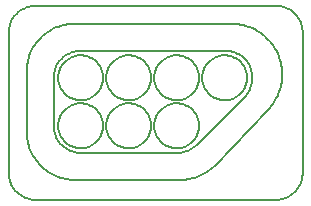
<source format=gto>
G75*
%MOIN*%
%OFA0B0*%
%FSLAX24Y24*%
%IPPOS*%
%LPD*%
%AMOC8*
5,1,8,0,0,1.08239X$1,22.5*
%
%ADD10C,0.0050*%
%ADD11C,0.0080*%
D10*
X002430Y002610D02*
X005967Y002610D01*
X005857Y003510D02*
X002630Y003510D01*
X002430Y002610D02*
X002351Y002612D01*
X002273Y002618D01*
X002195Y002627D01*
X002118Y002641D01*
X002041Y002658D01*
X001966Y002679D01*
X001891Y002704D01*
X001818Y002732D01*
X001746Y002764D01*
X001676Y002799D01*
X001607Y002838D01*
X001541Y002880D01*
X001477Y002925D01*
X001415Y002973D01*
X001356Y003024D01*
X001299Y003079D01*
X001244Y003136D01*
X001193Y003195D01*
X001145Y003257D01*
X001100Y003321D01*
X001058Y003387D01*
X001019Y003456D01*
X000984Y003526D01*
X000952Y003598D01*
X000924Y003671D01*
X000899Y003746D01*
X000878Y003821D01*
X000861Y003898D01*
X000847Y003975D01*
X000838Y004053D01*
X000832Y004131D01*
X000830Y004210D01*
X000830Y006210D01*
X001730Y006010D02*
X001730Y004410D01*
X001732Y004351D01*
X001738Y004293D01*
X001747Y004234D01*
X001761Y004177D01*
X001778Y004121D01*
X001799Y004066D01*
X001823Y004012D01*
X001851Y003960D01*
X001882Y003910D01*
X001916Y003862D01*
X001953Y003817D01*
X001994Y003774D01*
X002037Y003733D01*
X002082Y003696D01*
X002130Y003662D01*
X002180Y003631D01*
X002232Y003603D01*
X002286Y003579D01*
X002341Y003558D01*
X002397Y003541D01*
X002454Y003527D01*
X002513Y003518D01*
X002571Y003512D01*
X002630Y003510D01*
X001730Y006010D02*
X001732Y006069D01*
X001738Y006127D01*
X001747Y006186D01*
X001761Y006243D01*
X001778Y006299D01*
X001799Y006354D01*
X001823Y006408D01*
X001851Y006460D01*
X001882Y006510D01*
X001916Y006558D01*
X001953Y006603D01*
X001994Y006646D01*
X002037Y006687D01*
X002082Y006724D01*
X002130Y006758D01*
X002180Y006789D01*
X002232Y006817D01*
X002286Y006841D01*
X002341Y006862D01*
X002397Y006879D01*
X002454Y006893D01*
X002513Y006902D01*
X002571Y006908D01*
X002630Y006910D01*
X007457Y006910D01*
X007648Y007810D02*
X007729Y007808D01*
X007810Y007802D01*
X007890Y007793D01*
X007970Y007779D01*
X008049Y007762D01*
X008127Y007741D01*
X008205Y007716D01*
X008280Y007688D01*
X008355Y007656D01*
X008428Y007621D01*
X008499Y007582D01*
X008568Y007540D01*
X008635Y007494D01*
X008700Y007446D01*
X008762Y007394D01*
X008822Y007340D01*
X008879Y007282D01*
X008934Y007222D01*
X008985Y007160D01*
X009034Y007095D01*
X009079Y007028D01*
X009121Y006959D01*
X009160Y006887D01*
X009195Y006815D01*
X009227Y006740D01*
X009255Y006664D01*
X009280Y006587D01*
X009301Y006509D01*
X009318Y006430D01*
X009331Y006350D01*
X009341Y006269D01*
X009346Y006188D01*
X009348Y006107D01*
X009346Y006027D01*
X009340Y005946D01*
X009330Y005865D01*
X009317Y005785D01*
X009299Y005706D01*
X009278Y005628D01*
X009253Y005551D01*
X009225Y005475D01*
X009193Y005401D01*
X009158Y005328D01*
X009119Y005257D01*
X009076Y005188D01*
X009031Y005121D01*
X008982Y005056D01*
X008930Y004994D01*
X008876Y004934D01*
X007099Y003079D01*
X006494Y003774D02*
X008094Y005374D01*
X008093Y005374D02*
X008134Y005417D01*
X008171Y005462D01*
X008205Y005510D01*
X008236Y005560D01*
X008264Y005612D01*
X008288Y005666D01*
X008309Y005721D01*
X008326Y005777D01*
X008340Y005834D01*
X008349Y005893D01*
X008355Y005951D01*
X008357Y006010D01*
X008355Y006069D01*
X008349Y006127D01*
X008340Y006186D01*
X008326Y006243D01*
X008309Y006299D01*
X008288Y006354D01*
X008264Y006408D01*
X008236Y006460D01*
X008205Y006510D01*
X008171Y006558D01*
X008134Y006603D01*
X008093Y006646D01*
X008050Y006687D01*
X008005Y006724D01*
X007957Y006758D01*
X007907Y006789D01*
X007855Y006817D01*
X007801Y006841D01*
X007746Y006862D01*
X007690Y006879D01*
X007633Y006893D01*
X007574Y006902D01*
X007516Y006908D01*
X007457Y006910D01*
X007648Y007810D02*
X002430Y007810D01*
X002351Y007808D01*
X002273Y007802D01*
X002195Y007793D01*
X002118Y007779D01*
X002041Y007762D01*
X001966Y007741D01*
X001891Y007716D01*
X001818Y007688D01*
X001746Y007656D01*
X001676Y007621D01*
X001607Y007582D01*
X001541Y007540D01*
X001477Y007495D01*
X001415Y007447D01*
X001356Y007396D01*
X001299Y007341D01*
X001244Y007284D01*
X001193Y007225D01*
X001145Y007163D01*
X001100Y007099D01*
X001058Y007033D01*
X001019Y006964D01*
X000984Y006894D01*
X000952Y006822D01*
X000924Y006749D01*
X000899Y006674D01*
X000878Y006599D01*
X000861Y006522D01*
X000847Y006445D01*
X000838Y006367D01*
X000832Y006289D01*
X000830Y006210D01*
X005857Y003510D02*
X005916Y003512D01*
X005974Y003518D01*
X006033Y003527D01*
X006090Y003541D01*
X006146Y003558D01*
X006201Y003579D01*
X006255Y003603D01*
X006307Y003631D01*
X006357Y003662D01*
X006405Y003696D01*
X006450Y003733D01*
X006493Y003774D01*
X007098Y003079D02*
X007041Y003024D01*
X006982Y002973D01*
X006920Y002925D01*
X006856Y002880D01*
X006790Y002838D01*
X006721Y002799D01*
X006651Y002764D01*
X006579Y002732D01*
X006506Y002704D01*
X006431Y002679D01*
X006356Y002658D01*
X006279Y002641D01*
X006202Y002627D01*
X006124Y002618D01*
X006046Y002612D01*
X005967Y002610D01*
D11*
X009130Y001940D02*
X001130Y001940D01*
X001071Y001942D01*
X001013Y001948D01*
X000954Y001957D01*
X000897Y001971D01*
X000841Y001988D01*
X000786Y002009D01*
X000732Y002033D01*
X000680Y002061D01*
X000630Y002092D01*
X000582Y002126D01*
X000537Y002163D01*
X000494Y002204D01*
X000453Y002247D01*
X000416Y002292D01*
X000382Y002340D01*
X000351Y002390D01*
X000323Y002442D01*
X000299Y002496D01*
X000278Y002551D01*
X000261Y002607D01*
X000247Y002664D01*
X000238Y002723D01*
X000232Y002781D01*
X000230Y002840D01*
X000230Y007510D01*
X000232Y007569D01*
X000238Y007627D01*
X000247Y007686D01*
X000261Y007743D01*
X000278Y007799D01*
X000299Y007854D01*
X000323Y007908D01*
X000351Y007960D01*
X000382Y008010D01*
X000416Y008058D01*
X000453Y008103D01*
X000494Y008146D01*
X000537Y008187D01*
X000582Y008224D01*
X000630Y008258D01*
X000680Y008289D01*
X000732Y008317D01*
X000786Y008341D01*
X000841Y008362D01*
X000897Y008379D01*
X000954Y008393D01*
X001013Y008402D01*
X001071Y008408D01*
X001130Y008410D01*
X009130Y008410D01*
X009189Y008408D01*
X009247Y008402D01*
X009306Y008393D01*
X009363Y008379D01*
X009419Y008362D01*
X009474Y008341D01*
X009528Y008317D01*
X009580Y008289D01*
X009630Y008258D01*
X009678Y008224D01*
X009723Y008187D01*
X009766Y008146D01*
X009807Y008103D01*
X009844Y008058D01*
X009878Y008010D01*
X009909Y007960D01*
X009937Y007908D01*
X009961Y007854D01*
X009982Y007799D01*
X009999Y007743D01*
X010013Y007686D01*
X010022Y007627D01*
X010028Y007569D01*
X010030Y007510D01*
X010030Y006420D01*
X010030Y002840D01*
X010028Y002781D01*
X010022Y002723D01*
X010013Y002664D01*
X009999Y002607D01*
X009982Y002551D01*
X009961Y002496D01*
X009937Y002442D01*
X009909Y002390D01*
X009878Y002340D01*
X009844Y002292D01*
X009807Y002247D01*
X009766Y002204D01*
X009723Y002163D01*
X009678Y002126D01*
X009630Y002092D01*
X009580Y002061D01*
X009528Y002033D01*
X009474Y002009D01*
X009419Y001988D01*
X009363Y001971D01*
X009306Y001957D01*
X009247Y001948D01*
X009189Y001942D01*
X009130Y001940D01*
X005080Y004410D02*
X005082Y004464D01*
X005088Y004518D01*
X005098Y004571D01*
X005111Y004624D01*
X005128Y004675D01*
X005149Y004725D01*
X005174Y004773D01*
X005202Y004820D01*
X005233Y004864D01*
X005267Y004906D01*
X005304Y004945D01*
X005344Y004982D01*
X005387Y005015D01*
X005432Y005046D01*
X005479Y005073D01*
X005527Y005096D01*
X005578Y005116D01*
X005629Y005133D01*
X005682Y005145D01*
X005735Y005154D01*
X005789Y005159D01*
X005844Y005160D01*
X005898Y005157D01*
X005951Y005150D01*
X006004Y005139D01*
X006057Y005125D01*
X006108Y005107D01*
X006157Y005085D01*
X006205Y005060D01*
X006251Y005031D01*
X006295Y004999D01*
X006336Y004964D01*
X006374Y004926D01*
X006410Y004885D01*
X006443Y004842D01*
X006473Y004797D01*
X006499Y004749D01*
X006522Y004700D01*
X006541Y004649D01*
X006556Y004598D01*
X006568Y004545D01*
X006576Y004491D01*
X006580Y004437D01*
X006580Y004383D01*
X006576Y004329D01*
X006568Y004275D01*
X006556Y004222D01*
X006541Y004171D01*
X006522Y004120D01*
X006499Y004071D01*
X006473Y004023D01*
X006443Y003978D01*
X006410Y003935D01*
X006374Y003894D01*
X006336Y003856D01*
X006295Y003821D01*
X006251Y003789D01*
X006205Y003760D01*
X006157Y003735D01*
X006108Y003713D01*
X006057Y003695D01*
X006004Y003681D01*
X005951Y003670D01*
X005898Y003663D01*
X005844Y003660D01*
X005789Y003661D01*
X005735Y003666D01*
X005682Y003675D01*
X005629Y003687D01*
X005578Y003704D01*
X005527Y003724D01*
X005479Y003747D01*
X005432Y003774D01*
X005387Y003805D01*
X005344Y003838D01*
X005304Y003875D01*
X005267Y003914D01*
X005233Y003956D01*
X005202Y004000D01*
X005174Y004047D01*
X005149Y004095D01*
X005128Y004145D01*
X005111Y004196D01*
X005098Y004249D01*
X005088Y004302D01*
X005082Y004356D01*
X005080Y004410D01*
X003480Y004410D02*
X003482Y004464D01*
X003488Y004518D01*
X003498Y004571D01*
X003511Y004624D01*
X003528Y004675D01*
X003549Y004725D01*
X003574Y004773D01*
X003602Y004820D01*
X003633Y004864D01*
X003667Y004906D01*
X003704Y004945D01*
X003744Y004982D01*
X003787Y005015D01*
X003832Y005046D01*
X003879Y005073D01*
X003927Y005096D01*
X003978Y005116D01*
X004029Y005133D01*
X004082Y005145D01*
X004135Y005154D01*
X004189Y005159D01*
X004244Y005160D01*
X004298Y005157D01*
X004351Y005150D01*
X004404Y005139D01*
X004457Y005125D01*
X004508Y005107D01*
X004557Y005085D01*
X004605Y005060D01*
X004651Y005031D01*
X004695Y004999D01*
X004736Y004964D01*
X004774Y004926D01*
X004810Y004885D01*
X004843Y004842D01*
X004873Y004797D01*
X004899Y004749D01*
X004922Y004700D01*
X004941Y004649D01*
X004956Y004598D01*
X004968Y004545D01*
X004976Y004491D01*
X004980Y004437D01*
X004980Y004383D01*
X004976Y004329D01*
X004968Y004275D01*
X004956Y004222D01*
X004941Y004171D01*
X004922Y004120D01*
X004899Y004071D01*
X004873Y004023D01*
X004843Y003978D01*
X004810Y003935D01*
X004774Y003894D01*
X004736Y003856D01*
X004695Y003821D01*
X004651Y003789D01*
X004605Y003760D01*
X004557Y003735D01*
X004508Y003713D01*
X004457Y003695D01*
X004404Y003681D01*
X004351Y003670D01*
X004298Y003663D01*
X004244Y003660D01*
X004189Y003661D01*
X004135Y003666D01*
X004082Y003675D01*
X004029Y003687D01*
X003978Y003704D01*
X003927Y003724D01*
X003879Y003747D01*
X003832Y003774D01*
X003787Y003805D01*
X003744Y003838D01*
X003704Y003875D01*
X003667Y003914D01*
X003633Y003956D01*
X003602Y004000D01*
X003574Y004047D01*
X003549Y004095D01*
X003528Y004145D01*
X003511Y004196D01*
X003498Y004249D01*
X003488Y004302D01*
X003482Y004356D01*
X003480Y004410D01*
X001880Y004410D02*
X001882Y004464D01*
X001888Y004518D01*
X001898Y004571D01*
X001911Y004624D01*
X001928Y004675D01*
X001949Y004725D01*
X001974Y004773D01*
X002002Y004820D01*
X002033Y004864D01*
X002067Y004906D01*
X002104Y004945D01*
X002144Y004982D01*
X002187Y005015D01*
X002232Y005046D01*
X002279Y005073D01*
X002327Y005096D01*
X002378Y005116D01*
X002429Y005133D01*
X002482Y005145D01*
X002535Y005154D01*
X002589Y005159D01*
X002644Y005160D01*
X002698Y005157D01*
X002751Y005150D01*
X002804Y005139D01*
X002857Y005125D01*
X002908Y005107D01*
X002957Y005085D01*
X003005Y005060D01*
X003051Y005031D01*
X003095Y004999D01*
X003136Y004964D01*
X003174Y004926D01*
X003210Y004885D01*
X003243Y004842D01*
X003273Y004797D01*
X003299Y004749D01*
X003322Y004700D01*
X003341Y004649D01*
X003356Y004598D01*
X003368Y004545D01*
X003376Y004491D01*
X003380Y004437D01*
X003380Y004383D01*
X003376Y004329D01*
X003368Y004275D01*
X003356Y004222D01*
X003341Y004171D01*
X003322Y004120D01*
X003299Y004071D01*
X003273Y004023D01*
X003243Y003978D01*
X003210Y003935D01*
X003174Y003894D01*
X003136Y003856D01*
X003095Y003821D01*
X003051Y003789D01*
X003005Y003760D01*
X002957Y003735D01*
X002908Y003713D01*
X002857Y003695D01*
X002804Y003681D01*
X002751Y003670D01*
X002698Y003663D01*
X002644Y003660D01*
X002589Y003661D01*
X002535Y003666D01*
X002482Y003675D01*
X002429Y003687D01*
X002378Y003704D01*
X002327Y003724D01*
X002279Y003747D01*
X002232Y003774D01*
X002187Y003805D01*
X002144Y003838D01*
X002104Y003875D01*
X002067Y003914D01*
X002033Y003956D01*
X002002Y004000D01*
X001974Y004047D01*
X001949Y004095D01*
X001928Y004145D01*
X001911Y004196D01*
X001898Y004249D01*
X001888Y004302D01*
X001882Y004356D01*
X001880Y004410D01*
X001880Y006010D02*
X001882Y006064D01*
X001888Y006118D01*
X001898Y006171D01*
X001911Y006224D01*
X001928Y006275D01*
X001949Y006325D01*
X001974Y006373D01*
X002002Y006420D01*
X002033Y006464D01*
X002067Y006506D01*
X002104Y006545D01*
X002144Y006582D01*
X002187Y006615D01*
X002232Y006646D01*
X002279Y006673D01*
X002327Y006696D01*
X002378Y006716D01*
X002429Y006733D01*
X002482Y006745D01*
X002535Y006754D01*
X002589Y006759D01*
X002644Y006760D01*
X002698Y006757D01*
X002751Y006750D01*
X002804Y006739D01*
X002857Y006725D01*
X002908Y006707D01*
X002957Y006685D01*
X003005Y006660D01*
X003051Y006631D01*
X003095Y006599D01*
X003136Y006564D01*
X003174Y006526D01*
X003210Y006485D01*
X003243Y006442D01*
X003273Y006397D01*
X003299Y006349D01*
X003322Y006300D01*
X003341Y006249D01*
X003356Y006198D01*
X003368Y006145D01*
X003376Y006091D01*
X003380Y006037D01*
X003380Y005983D01*
X003376Y005929D01*
X003368Y005875D01*
X003356Y005822D01*
X003341Y005771D01*
X003322Y005720D01*
X003299Y005671D01*
X003273Y005623D01*
X003243Y005578D01*
X003210Y005535D01*
X003174Y005494D01*
X003136Y005456D01*
X003095Y005421D01*
X003051Y005389D01*
X003005Y005360D01*
X002957Y005335D01*
X002908Y005313D01*
X002857Y005295D01*
X002804Y005281D01*
X002751Y005270D01*
X002698Y005263D01*
X002644Y005260D01*
X002589Y005261D01*
X002535Y005266D01*
X002482Y005275D01*
X002429Y005287D01*
X002378Y005304D01*
X002327Y005324D01*
X002279Y005347D01*
X002232Y005374D01*
X002187Y005405D01*
X002144Y005438D01*
X002104Y005475D01*
X002067Y005514D01*
X002033Y005556D01*
X002002Y005600D01*
X001974Y005647D01*
X001949Y005695D01*
X001928Y005745D01*
X001911Y005796D01*
X001898Y005849D01*
X001888Y005902D01*
X001882Y005956D01*
X001880Y006010D01*
X003480Y006010D02*
X003482Y006064D01*
X003488Y006118D01*
X003498Y006171D01*
X003511Y006224D01*
X003528Y006275D01*
X003549Y006325D01*
X003574Y006373D01*
X003602Y006420D01*
X003633Y006464D01*
X003667Y006506D01*
X003704Y006545D01*
X003744Y006582D01*
X003787Y006615D01*
X003832Y006646D01*
X003879Y006673D01*
X003927Y006696D01*
X003978Y006716D01*
X004029Y006733D01*
X004082Y006745D01*
X004135Y006754D01*
X004189Y006759D01*
X004244Y006760D01*
X004298Y006757D01*
X004351Y006750D01*
X004404Y006739D01*
X004457Y006725D01*
X004508Y006707D01*
X004557Y006685D01*
X004605Y006660D01*
X004651Y006631D01*
X004695Y006599D01*
X004736Y006564D01*
X004774Y006526D01*
X004810Y006485D01*
X004843Y006442D01*
X004873Y006397D01*
X004899Y006349D01*
X004922Y006300D01*
X004941Y006249D01*
X004956Y006198D01*
X004968Y006145D01*
X004976Y006091D01*
X004980Y006037D01*
X004980Y005983D01*
X004976Y005929D01*
X004968Y005875D01*
X004956Y005822D01*
X004941Y005771D01*
X004922Y005720D01*
X004899Y005671D01*
X004873Y005623D01*
X004843Y005578D01*
X004810Y005535D01*
X004774Y005494D01*
X004736Y005456D01*
X004695Y005421D01*
X004651Y005389D01*
X004605Y005360D01*
X004557Y005335D01*
X004508Y005313D01*
X004457Y005295D01*
X004404Y005281D01*
X004351Y005270D01*
X004298Y005263D01*
X004244Y005260D01*
X004189Y005261D01*
X004135Y005266D01*
X004082Y005275D01*
X004029Y005287D01*
X003978Y005304D01*
X003927Y005324D01*
X003879Y005347D01*
X003832Y005374D01*
X003787Y005405D01*
X003744Y005438D01*
X003704Y005475D01*
X003667Y005514D01*
X003633Y005556D01*
X003602Y005600D01*
X003574Y005647D01*
X003549Y005695D01*
X003528Y005745D01*
X003511Y005796D01*
X003498Y005849D01*
X003488Y005902D01*
X003482Y005956D01*
X003480Y006010D01*
X005080Y006010D02*
X005082Y006064D01*
X005088Y006118D01*
X005098Y006171D01*
X005111Y006224D01*
X005128Y006275D01*
X005149Y006325D01*
X005174Y006373D01*
X005202Y006420D01*
X005233Y006464D01*
X005267Y006506D01*
X005304Y006545D01*
X005344Y006582D01*
X005387Y006615D01*
X005432Y006646D01*
X005479Y006673D01*
X005527Y006696D01*
X005578Y006716D01*
X005629Y006733D01*
X005682Y006745D01*
X005735Y006754D01*
X005789Y006759D01*
X005844Y006760D01*
X005898Y006757D01*
X005951Y006750D01*
X006004Y006739D01*
X006057Y006725D01*
X006108Y006707D01*
X006157Y006685D01*
X006205Y006660D01*
X006251Y006631D01*
X006295Y006599D01*
X006336Y006564D01*
X006374Y006526D01*
X006410Y006485D01*
X006443Y006442D01*
X006473Y006397D01*
X006499Y006349D01*
X006522Y006300D01*
X006541Y006249D01*
X006556Y006198D01*
X006568Y006145D01*
X006576Y006091D01*
X006580Y006037D01*
X006580Y005983D01*
X006576Y005929D01*
X006568Y005875D01*
X006556Y005822D01*
X006541Y005771D01*
X006522Y005720D01*
X006499Y005671D01*
X006473Y005623D01*
X006443Y005578D01*
X006410Y005535D01*
X006374Y005494D01*
X006336Y005456D01*
X006295Y005421D01*
X006251Y005389D01*
X006205Y005360D01*
X006157Y005335D01*
X006108Y005313D01*
X006057Y005295D01*
X006004Y005281D01*
X005951Y005270D01*
X005898Y005263D01*
X005844Y005260D01*
X005789Y005261D01*
X005735Y005266D01*
X005682Y005275D01*
X005629Y005287D01*
X005578Y005304D01*
X005527Y005324D01*
X005479Y005347D01*
X005432Y005374D01*
X005387Y005405D01*
X005344Y005438D01*
X005304Y005475D01*
X005267Y005514D01*
X005233Y005556D01*
X005202Y005600D01*
X005174Y005647D01*
X005149Y005695D01*
X005128Y005745D01*
X005111Y005796D01*
X005098Y005849D01*
X005088Y005902D01*
X005082Y005956D01*
X005080Y006010D01*
X006680Y006010D02*
X006682Y006064D01*
X006688Y006118D01*
X006698Y006171D01*
X006711Y006224D01*
X006728Y006275D01*
X006749Y006325D01*
X006774Y006373D01*
X006802Y006420D01*
X006833Y006464D01*
X006867Y006506D01*
X006904Y006545D01*
X006944Y006582D01*
X006987Y006615D01*
X007032Y006646D01*
X007079Y006673D01*
X007127Y006696D01*
X007178Y006716D01*
X007229Y006733D01*
X007282Y006745D01*
X007335Y006754D01*
X007389Y006759D01*
X007444Y006760D01*
X007498Y006757D01*
X007551Y006750D01*
X007604Y006739D01*
X007657Y006725D01*
X007708Y006707D01*
X007757Y006685D01*
X007805Y006660D01*
X007851Y006631D01*
X007895Y006599D01*
X007936Y006564D01*
X007974Y006526D01*
X008010Y006485D01*
X008043Y006442D01*
X008073Y006397D01*
X008099Y006349D01*
X008122Y006300D01*
X008141Y006249D01*
X008156Y006198D01*
X008168Y006145D01*
X008176Y006091D01*
X008180Y006037D01*
X008180Y005983D01*
X008176Y005929D01*
X008168Y005875D01*
X008156Y005822D01*
X008141Y005771D01*
X008122Y005720D01*
X008099Y005671D01*
X008073Y005623D01*
X008043Y005578D01*
X008010Y005535D01*
X007974Y005494D01*
X007936Y005456D01*
X007895Y005421D01*
X007851Y005389D01*
X007805Y005360D01*
X007757Y005335D01*
X007708Y005313D01*
X007657Y005295D01*
X007604Y005281D01*
X007551Y005270D01*
X007498Y005263D01*
X007444Y005260D01*
X007389Y005261D01*
X007335Y005266D01*
X007282Y005275D01*
X007229Y005287D01*
X007178Y005304D01*
X007127Y005324D01*
X007079Y005347D01*
X007032Y005374D01*
X006987Y005405D01*
X006944Y005438D01*
X006904Y005475D01*
X006867Y005514D01*
X006833Y005556D01*
X006802Y005600D01*
X006774Y005647D01*
X006749Y005695D01*
X006728Y005745D01*
X006711Y005796D01*
X006698Y005849D01*
X006688Y005902D01*
X006682Y005956D01*
X006680Y006010D01*
M02*

</source>
